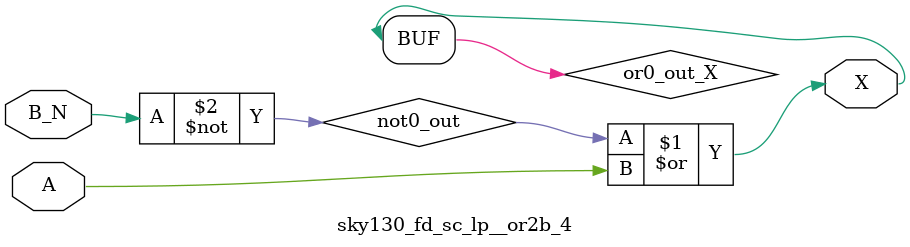
<source format=v>
/*
 * Copyright 2020 The SkyWater PDK Authors
 *
 * Licensed under the Apache License, Version 2.0 (the "License");
 * you may not use this file except in compliance with the License.
 * You may obtain a copy of the License at
 *
 *     https://www.apache.org/licenses/LICENSE-2.0
 *
 * Unless required by applicable law or agreed to in writing, software
 * distributed under the License is distributed on an "AS IS" BASIS,
 * WITHOUT WARRANTIES OR CONDITIONS OF ANY KIND, either express or implied.
 * See the License for the specific language governing permissions and
 * limitations under the License.
 *
 * SPDX-License-Identifier: Apache-2.0
*/


`ifndef SKY130_FD_SC_LP__OR2B_4_FUNCTIONAL_V
`define SKY130_FD_SC_LP__OR2B_4_FUNCTIONAL_V

/**
 * or2b: 2-input OR, first input inverted.
 *
 * Verilog simulation functional model.
 */

`timescale 1ns / 1ps
`default_nettype none

`celldefine
module sky130_fd_sc_lp__or2b_4 (
    X  ,
    A  ,
    B_N
);

    // Module ports
    output X  ;
    input  A  ;
    input  B_N;

    // Local signals
    wire not0_out ;
    wire or0_out_X;

    //  Name  Output     Other arguments
    not not0 (not0_out , B_N            );
    or  or0  (or0_out_X, not0_out, A    );
    buf buf0 (X        , or0_out_X      );

endmodule
`endcelldefine

`default_nettype wire
`endif  // SKY130_FD_SC_LP__OR2B_4_FUNCTIONAL_V

</source>
